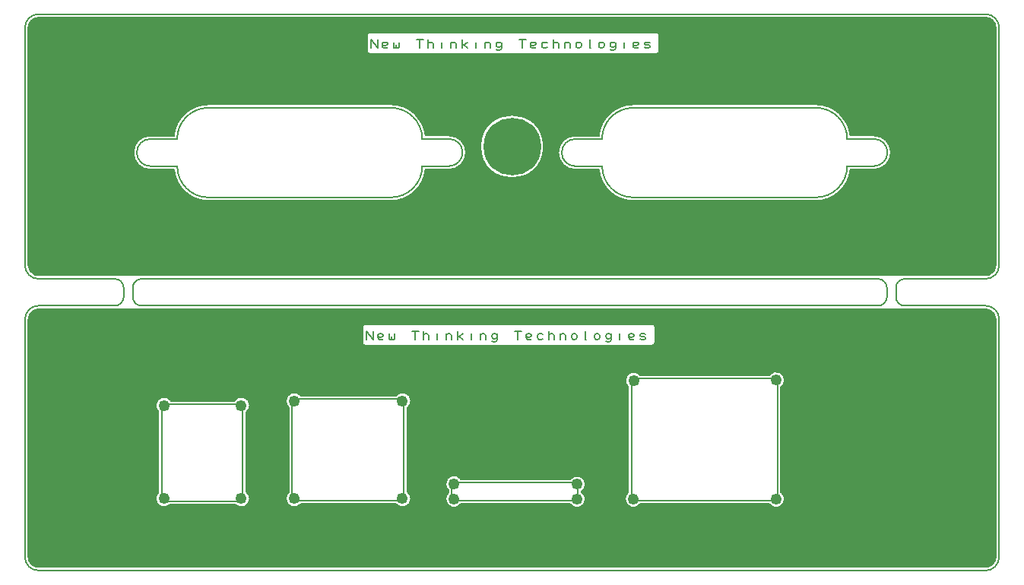
<source format=gbr>
%FSLAX36Y36*%
%MOMM*%
G04 EasyPC Gerber Version 18.0.8 Build 3632 *
%ADD11C,0.12700*%
%ADD12C,0.20000*%
%ADD84C,1.25000*%
%ADD15C,5.00000*%
%ADD85C,6.41000*%
X0Y0D02*
D02*
D11*
X41118600Y64458800D02*
G75*
G03X40393700Y63411500I394100J-1047300D01*
G01*
Y36911500*
G75*
G03X41512700Y35792500I1119000*
G01*
X147012700*
G75*
G03X148131700Y36911500J1119000*
G01*
Y63411500*
G75*
G03X147406800Y64458800I-1119000*
G01*
G75*
G03X147012700Y64511500I-394100J-1447200*
G01*
X41512700*
G75*
G03X41118600Y64458800J-1500000*
G01*
X54881700Y44111600D02*
Y53111400D01*
G75*
G02X54570200Y53811500I631000J700100*
G01*
G75*
G02X56323200Y54292500I942500*
G01*
X63302200*
G75*
G02X65055200Y53811500I810500J-481000*
G01*
G75*
G02X64643700Y53032800I-942500*
G01*
Y44190200*
G75*
G02X65055200Y43411500I-531000J-778700*
G01*
G75*
G02X63461100Y42730500I-942500*
G01*
X56164300*
G75*
G02X54570200Y43411500I-651600J681000*
G01*
G75*
G02X54881700Y44111600I942500*
G01*
X69381700D02*
Y53611400D01*
G75*
G02X69070200Y54311500I631000J700100*
G01*
G75*
G02X70754800Y54892500I942500*
G01*
X81320600*
G75*
G02X83005200Y54311500I742100J-581000*
G01*
G75*
G02X82593700Y53532800I-942500*
G01*
Y44190200*
G75*
G02X83005200Y43411500I-531000J-778700*
G01*
G75*
G02X81320600Y42830500I-942500*
G01*
X70754800*
G75*
G02X69070200Y43411500I-742100J581000*
G01*
G75*
G02X69381700Y44111600I942500*
G01*
X77912700Y60494000D02*
G75*
G02X77595200Y60811500J317500D01*
G01*
Y62535500*
G75*
G02X77912700Y62853000I317500*
G01*
X109862700*
G75*
G02X110180200Y62535500J-317500*
G01*
Y60811500*
G75*
G02X109862700Y60494000I-317500*
G01*
X77912700*
X87181700Y44085200D02*
Y44350300D01*
G75*
G02X86857700Y45061500I618500J711200*
G01*
G75*
G02X88578900Y45592500I942500*
G01*
X100748500*
G75*
G02X102442700Y45024000I751700J-568500*
G01*
G75*
G02X101993700Y44221000I-942500*
G01*
Y44164500*
G75*
G02X102442700Y43361500I-493500J-803000*
G01*
G75*
G02X100721500Y42830500I-942500*
G01*
X88570200*
G75*
G02X86857700Y43374000I-770000J543500*
G01*
G75*
G02X87181700Y44085200I942500*
G01*
X107181700Y44106200D02*
Y55886400D01*
G75*
G02X106870200Y56586500I631000J700100*
G01*
G75*
G02X108534600Y57192500I942500*
G01*
X122926700*
G75*
G02X124630200Y56636500I761000J-556000*
G01*
G75*
G02X124193700Y55841300I-942500*
G01*
Y44161100*
G75*
G02X124617700Y43374000I-518600J-787100*
G01*
G75*
G02X122905200Y42830500I-942500*
G01*
X108545200*
G75*
G02X106832700Y43374000I-770000J543500*
G01*
G75*
G02X107181700Y44106200I942500*
G01*
X40393700Y48611500D02*
G36*
Y44211500D01*
X54881700*
Y48611500*
X40393700*
G37*
X54881700D02*
G36*
Y53111400D01*
G75*
G02X54570200Y53811500I631000J700100*
G01*
G75*
G02X56323200Y54292500I942500*
G01*
X63302200*
G75*
G02X65055200Y53811500I810500J-481000*
G01*
G75*
G02X64643700Y53032800I-942500*
G01*
Y48611500*
X69381700*
Y53611400*
G75*
G02X69070200Y54311500I631000J700100*
G01*
G75*
G02X70754800Y54892500I942500*
G01*
X81320600*
G75*
G02X83005200Y54311500I742100J-581000*
G01*
G75*
G02X82593700Y53532800I-942500*
G01*
Y48611500*
X107181700*
Y55886400*
G75*
G02X106870200Y56586500I631000J700100*
G01*
G75*
G02X108534600Y57192500I942500*
G01*
X122926700*
G75*
G02X124630200Y56636500I761000J-556000*
G01*
G75*
G02X124193700Y55841300I-942500*
G01*
Y48611500*
X148131700*
Y61673500*
X110180200*
Y60811500*
G75*
G02X109862700Y60494000I-317500*
G01*
X77912700*
G75*
G02X77595200Y60811500J317500*
G01*
Y61673500*
X40393700*
Y48611500*
X54881700*
G37*
X64643700D02*
G36*
Y44211500D01*
X69381700*
Y48611500*
X64643700*
G37*
X82593700D02*
G36*
Y44211500D01*
X87181700*
Y44350300*
G75*
G02X86857700Y45061500I618500J711200*
G01*
G75*
G02X88578900Y45592500I942500*
G01*
X100748500*
G75*
G02X102442700Y45024000I751700J-568500*
G01*
G75*
G02X101993700Y44221000I-942500*
G01*
Y44211500*
X107181700*
Y48611500*
X82593700*
G37*
X124193700D02*
G36*
Y44211500D01*
X148131700*
Y48611500*
X124193700*
G37*
X77595200Y61673500D02*
G36*
Y62535500D01*
G75*
G02X77912700Y62853000I317500*
G01*
X109862700*
G75*
G02X110180200Y62535500J-317500*
G01*
Y61673500*
X148131700*
Y63411500*
G75*
G03X147406800Y64458800I-1119000*
G01*
G75*
G03X147012700Y64511500I-394100J-1447200*
G01*
X41512700*
G75*
G03X41118600Y64458800J-1500000*
G01*
G75*
G03X40393700Y63411500I394100J-1047300*
G01*
Y61673500*
X77595200*
G37*
X40393700Y44211500D02*
G36*
Y36911500D01*
G75*
G03X41512700Y35792500I1119000*
G01*
X147012700*
G75*
G03X148131700Y36911500J1119000*
G01*
Y44211500*
X124193700*
Y44161100*
G75*
G02X124617700Y43374000I-518600J-787100*
G01*
G75*
G02X122905200Y42830500I-942500*
G01*
X108545200*
G75*
G02X106832700Y43374000I-770000J543500*
G01*
G75*
G02X107181700Y44106200I942500*
G01*
Y44211500*
X101993700*
Y44164500*
G75*
G02X102442700Y43361500I-493500J-803000*
G01*
G75*
G02X100721500Y42830500I-942500*
G01*
X88570200*
G75*
G02X86857700Y43374000I-770000J543500*
G01*
G75*
G02X87181700Y44085200I942500*
G01*
Y44211500*
X82593700*
Y44190200*
G75*
G02X83005200Y43411500I-531000J-778700*
G01*
G75*
G02X81320600Y42830500I-942500*
G01*
X70754800*
G75*
G02X69070200Y43411500I-742100J581000*
G01*
G75*
G02X69381700Y44111600I942500*
G01*
Y44211500*
X64643700*
Y44190200*
G75*
G02X65055200Y43411500I-531000J-778700*
G01*
G75*
G02X63461100Y42730500I-942500*
G01*
X56164300*
G75*
G02X54570200Y43411500I-651600J681000*
G01*
G75*
G02X54881700Y44111600I942500*
G01*
Y44211500*
X40393700*
G37*
X41118600Y68364200D02*
G75*
G03X41512700Y68311500I394100J1447300D01*
G01*
X147012700*
G75*
G03X147406800Y68364200J1499900*
G01*
G75*
G03X148131700Y69411500I-394100J1047300*
G01*
Y95911500*
G75*
G03X147012700Y97030500I-1119000*
G01*
X41512700*
G75*
G03X40393700Y95911500J-1119000*
G01*
Y69411500*
G75*
G03X41118600Y68364200I1119000*
G01*
X53962700Y83873100D02*
X56595100D01*
G75*
G02X60441700Y87357500I3846600J-381000*
G01*
X80783900*
G75*
G02X84624200Y83879300J-3859100*
G01*
X87275300*
G75*
G02X89131900Y82022700J-1856600*
G01*
Y81966900*
G75*
G02X87269100Y80104100I-1862800*
G01*
X84624300*
G75*
G02X80765300Y76607300I-3859000J381000*
G01*
X60447900*
G75*
G02X56612600Y80091700J3853000*
G01*
X53956500*
G75*
G02X52093700Y81954500J1862800*
G01*
Y82004100*
G75*
G02X53962700Y83873100I1869000*
G01*
X78412700Y92994000D02*
G75*
G02X78095200Y93311500J317500D01*
G01*
Y95035500*
G75*
G02X78412700Y95353000I317500*
G01*
X110362700*
G75*
G02X110680200Y95035500J-317500*
G01*
Y93311500*
G75*
G02X110362700Y92994000I-317500*
G01*
X78412700*
X90740200Y82661500D02*
G75*
G02X97785200I3522500D01*
G01*
G75*
G02X90740200I-3522500*
G01*
X101283700Y83873100D02*
X103916100D01*
G75*
G02X107762700Y87357500I3846600J-381000*
G01*
X128104900*
G75*
G02X131945200Y83879300J-3859100*
G01*
X134596300*
G75*
G02X136452900Y82022700J-1856600*
G01*
Y81966900*
G75*
G02X134590100Y80104100I-1862800*
G01*
X131945300*
G75*
G02X128086300Y76607300I-3859000J381000*
G01*
X107768900*
G75*
G02X103933600Y80091700J3853000*
G01*
X101277500*
G75*
G02X99414700Y81954500J1862800*
G01*
Y82004100*
G75*
G02X101283700Y83873100I1869000*
G01*
X40393700Y81982400D02*
G36*
Y69411500D01*
G75*
G03X41118600Y68364200I1119000*
G01*
G75*
G03X41512700Y68311500I394100J1447300*
G01*
X147012700*
G75*
G03X147406800Y68364200J1499900*
G01*
G75*
G03X148131700Y69411500I-394100J1047300*
G01*
Y81982400*
X136452900*
Y81966900*
G75*
G02X134590100Y80104100I-1862800*
G01*
X131945300*
G75*
G02X128086300Y76607300I-3859000J381000*
G01*
X107768900*
G75*
G02X103933600Y80091700J3853000*
G01*
X101277500*
G75*
G02X99414700Y81954500J1862800*
G01*
Y81982400*
X97719100*
G75*
G02X90806300I-3456400J679100*
G01*
X89131900*
Y81966900*
G75*
G02X87269100Y80104100I-1862800*
G01*
X84624300*
G75*
G02X80765300Y76607300I-3859000J381000*
G01*
X60447900*
G75*
G02X56612600Y80091700J3853000*
G01*
X53956500*
G75*
G02X52093700Y81954500J1862800*
G01*
Y81982400*
X40393700*
G37*
X52093700D02*
G36*
Y82004100D01*
G75*
G02X53962700Y83873100I1869000*
G01*
X56595100*
G75*
G02X60441700Y87357500I3846600J-381000*
G01*
X80783900*
G75*
G02X84624200Y83879300J-3859100*
G01*
X87275300*
G75*
G02X89131900Y82022700J-1856600*
G01*
Y81982400*
X90806300*
G75*
G02X90740200Y82661500I3456300J679200*
G01*
G75*
G02X97785200I3522500*
G01*
G75*
G02X97719100Y81982400I-3522700J100*
G01*
X99414700*
Y82004100*
G75*
G02X101283700Y83873100I1869000*
G01*
X103916100*
G75*
G02X107762700Y87357500I3846600J-381000*
G01*
X128104900*
G75*
G02X131945200Y83879300J-3859100*
G01*
X134596300*
G75*
G02X136452900Y82022700J-1856600*
G01*
Y81982400*
X148131700*
Y94173500*
X110680200*
Y93311500*
G75*
G02X110362700Y92994000I-317500*
G01*
X78412700*
G75*
G02X78095200Y93311500J317500*
G01*
Y94173500*
X40393700*
Y81982400*
X52093700*
G37*
X78095200Y94173500D02*
G36*
Y95035500D01*
G75*
G02X78412700Y95353000I317500*
G01*
X110362700*
G75*
G02X110680200Y95035500J-317500*
G01*
Y94173500*
X148131700*
Y95911500*
G75*
G03X147012700Y97030500I-1119000*
G01*
X41512700*
G75*
G03X40393700Y95911500J-1119000*
G01*
Y94173500*
X78095200*
G37*
X41512700Y97411500D02*
G75*
G03X40012700Y95911500J-1500000D01*
G01*
Y69411500*
G75*
G03X41512700Y67911500I1500000*
G01*
X50012700*
G75*
G02X51012700Y66911500J-1000000*
G01*
Y65911500*
G75*
G02X50012700Y64911500I-1000000*
G01*
X41512700*
G75*
G03X40012700Y63411500J-1500000*
G01*
Y36911500*
G75*
G03X41512700Y35411500I1500000*
G01*
X147012700*
G75*
G03X148512700Y36911500J1500000*
G01*
Y63411500*
G75*
G03X147012700Y64911500I-1500000*
G01*
X138012700*
G75*
G02X137012700Y65911500J1000000*
G01*
Y66911500*
G75*
G02X138012700Y67911500I1000000*
G01*
X147012700*
G75*
G03X148512700Y69411500J1500000*
G01*
Y95911500*
G75*
G03X147012700Y97411500I-1500000*
G01*
X41512700*
X53012700Y67911500D02*
G75*
G03X52012700Y66911500J-1000000D01*
G01*
Y65911500*
G75*
G03X53012700Y64911500I1000000*
G01*
X135012700*
G75*
G03X136012700Y65911500J1000000*
G01*
Y66911500*
G75*
G03X135012700Y67911500I-1000000*
G01*
X53012700*
X55762700Y53911500D02*
G75*
G03X55262700Y53411500J-500000D01*
G01*
Y43511500*
G75*
G03X55662700Y43111500I400000*
G01*
X63862700*
G75*
G03X64262700Y43511500J400000*
G01*
Y53411500*
G75*
G03X63762700Y53911500I-500000*
G01*
X55762700*
X60441700Y86976500D02*
G75*
G03X56957300Y83492100J-3484400D01*
G01*
X53962700*
G75*
G03X52474700Y82004100J-1488000*
G01*
Y81954500*
G75*
G03X53956500Y80472700I1481800*
G01*
X56975900*
Y80460300*
G75*
G03X60447900Y76988300I3472000*
G01*
X80765300*
G75*
G03X84262100Y80485100J3496800*
G01*
X87269100*
G75*
G03X88750900Y81966900J1481800*
G01*
Y82022700*
G75*
G03X87275300Y83498300I-1475600*
G01*
X84262100*
G75*
G03X80783900Y86976500I-3478200*
G01*
X60441700*
X70262700Y54511500D02*
G75*
G03X69762700Y54011500J-500000D01*
G01*
Y43711500*
G75*
G03X70262700Y43211500I500000*
G01*
X81712700*
G75*
G03X82212700Y43711500J500000*
G01*
Y54011500*
G75*
G03X81712700Y54511500I-500000*
G01*
X70262700*
X88062700Y45211500D02*
G75*
G03X87562700Y44711500J-500000D01*
G01*
Y43711500*
G75*
G03X88062700Y43211500I500000*
G01*
X101112700*
G75*
G03X101612700Y43711500J500000*
G01*
Y44711500*
G75*
G03X101112700Y45211500I-500000*
G01*
X88062700*
X107762700Y86976500D02*
G75*
G03X104278300Y83492100J-3484400D01*
G01*
X101283700*
G75*
G03X99795700Y82004100J-1488000*
G01*
Y81954500*
G75*
G03X101277500Y80472700I1481800*
G01*
X104296900*
Y80460300*
G75*
G03X107768900Y76988300I3472000*
G01*
X128086300*
G75*
G03X131583100Y80485100J3496800*
G01*
X134590100*
G75*
G03X136071900Y81966900J1481800*
G01*
Y82022700*
G75*
G03X134596300Y83498300I-1475600*
G01*
X131583100*
G75*
G03X128104900Y86976500I-3478200*
G01*
X107762700*
X108062700Y56811500D02*
G75*
G03X107562700Y56311500J-500000D01*
G01*
Y43711500*
G75*
G03X108062700Y43211500I500000*
G01*
X123312700*
G75*
G03X123812700Y43711500J500000*
G01*
Y56311500*
G75*
G03X123312700Y56811500I-500000*
G01*
X108062700*
D02*
D12*
X78012700Y61149600D02*
Y62102100D01*
X78806500Y61149600*
Y62102100*
X79917700Y61229000D02*
X79838300Y61149600D01*
X79679600*
X79520800*
X79362100Y61229000*
X79282700Y61387800*
Y61625900*
X79362100Y61705300*
X79520800Y61784600*
X79679600*
X79838300Y61705300*
X79917700Y61625900*
Y61546500*
X79838300Y61467100*
X79679600Y61387800*
X79520800*
X79362100Y61467100*
X79282700Y61546500*
X80552700Y61784600D02*
Y61229000D01*
X80632100Y61149600*
X80790800*
X80870200Y61229000*
Y61467100*
Y61229000D02*
X80949600Y61149600D01*
X81108300*
X81187700Y61229000*
Y61784600*
X83489600Y61149600D02*
Y62102100D01*
X83092700D02*
X83886500D01*
X84362700Y61149600D02*
Y62102100D01*
Y61546500D02*
X84442100Y61705300D01*
X84600800Y61784600*
X84759600*
X84918300Y61705300*
X84997700Y61546500*
Y61149600*
X85950200D02*
Y61784600D01*
Y62022800D02*
X86902700Y61149600*
Y61784600D01*
Y61546500D02*
X86982100Y61705300D01*
X87140800Y61784600*
X87299600*
X87458300Y61705300*
X87537700Y61546500*
Y61149600*
X88172700D02*
Y62102100D01*
Y61467100D02*
X88410800D01*
X88807700Y61784600*
X88410800Y61467100D02*
X88807700Y61149600D01*
X89760200D02*
Y61784600D01*
Y62022800D02*
X90712700Y61149600*
Y61784600D01*
Y61546500D02*
X90792100Y61705300D01*
X90950800Y61784600*
X91109600*
X91268300Y61705300*
X91347700Y61546500*
Y61149600*
X92617700Y61546500D02*
X92538300Y61705300D01*
X92379600Y61784600*
X92220800*
X92062100Y61705300*
X91982700Y61546500*
Y61467100*
X92062100Y61308400*
X92220800Y61229000*
X92379600*
X92538300Y61308400*
X92617700Y61467100*
Y61784600D02*
Y61149600D01*
X92538300Y60990900*
X92379600Y60911500*
X92141500*
X91982700Y60990900*
X94919600Y61149600D02*
Y62102100D01*
X94522700D02*
X95316500D01*
X96427700Y61229000D02*
X96348300Y61149600D01*
X96189600*
X96030800*
X95872100Y61229000*
X95792700Y61387800*
Y61625900*
X95872100Y61705300*
X96030800Y61784600*
X96189600*
X96348300Y61705300*
X96427700Y61625900*
Y61546500*
X96348300Y61467100*
X96189600Y61387800*
X96030800*
X95872100Y61467100*
X95792700Y61546500*
X97697700Y61705300D02*
X97539000Y61784600D01*
X97300800*
X97142100Y61705300*
X97062700Y61546500*
Y61387800*
X97142100Y61229000*
X97300800Y61149600*
X97539000*
X97697700Y61229000*
X98332700Y61149600D02*
Y62102100D01*
Y61546500D02*
X98412100Y61705300D01*
X98570800Y61784600*
X98729600*
X98888300Y61705300*
X98967700Y61546500*
Y61149600*
X99602700D02*
Y61784600D01*
Y61546500D02*
X99682100Y61705300D01*
X99840800Y61784600*
X99999600*
X100158300Y61705300*
X100237700Y61546500*
Y61149600*
X100872700Y61387800D02*
X100952100Y61229000D01*
X101110800Y61149600*
X101269600*
X101428300Y61229000*
X101507700Y61387800*
Y61546500*
X101428300Y61705300*
X101269600Y61784600*
X101110800*
X100952100Y61705300*
X100872700Y61546500*
Y61387800*
X102539600Y61149600D02*
X102460200D01*
Y62102100*
X103412700Y61387800D02*
X103492100Y61229000D01*
X103650800Y61149600*
X103809600*
X103968300Y61229000*
X104047700Y61387800*
Y61546500*
X103968300Y61705300*
X103809600Y61784600*
X103650800*
X103492100Y61705300*
X103412700Y61546500*
Y61387800*
X105317700Y61546500D02*
X105238300Y61705300D01*
X105079600Y61784600*
X104920800*
X104762100Y61705300*
X104682700Y61546500*
Y61467100*
X104762100Y61308400*
X104920800Y61229000*
X105079600*
X105238300Y61308400*
X105317700Y61467100*
Y61784600D02*
Y61149600D01*
X105238300Y60990900*
X105079600Y60911500*
X104841500*
X104682700Y60990900*
X106270200Y61149600D02*
Y61784600D01*
Y62022800D02*
X107857700Y61229000*
X107778300Y61149600D01*
X107619600*
X107460800*
X107302100Y61229000*
X107222700Y61387800*
Y61625900*
X107302100Y61705300*
X107460800Y61784600*
X107619600*
X107778300Y61705300*
X107857700Y61625900*
Y61546500*
X107778300Y61467100*
X107619600Y61387800*
X107460800*
X107302100Y61467100*
X107222700Y61546500*
X108492700Y61229000D02*
X108651500Y61149600D01*
X108969000*
X109127700Y61229000*
Y61387800*
X108969000Y61467100*
X108651500*
X108492700Y61546500*
Y61705300*
X108651500Y61784600*
X108969000*
X109127700Y61705300*
X78512700Y93649600D02*
Y94602100D01*
X79306500Y93649600*
Y94602100*
X80417700Y93729000D02*
X80338300Y93649600D01*
X80179600*
X80020800*
X79862100Y93729000*
X79782700Y93887800*
Y94125900*
X79862100Y94205300*
X80020800Y94284600*
X80179600*
X80338300Y94205300*
X80417700Y94125900*
Y94046500*
X80338300Y93967100*
X80179600Y93887800*
X80020800*
X79862100Y93967100*
X79782700Y94046500*
X81052700Y94284600D02*
Y93729000D01*
X81132100Y93649600*
X81290800*
X81370200Y93729000*
Y93967100*
Y93729000D02*
X81449600Y93649600D01*
X81608300*
X81687700Y93729000*
Y94284600*
X83989600Y93649600D02*
Y94602100D01*
X83592700D02*
X84386500D01*
X84862700Y93649600D02*
Y94602100D01*
Y94046500D02*
X84942100Y94205300D01*
X85100800Y94284600*
X85259600*
X85418300Y94205300*
X85497700Y94046500*
Y93649600*
X86450200D02*
Y94284600D01*
Y94522800D02*
X87402700Y93649600*
Y94284600D01*
Y94046500D02*
X87482100Y94205300D01*
X87640800Y94284600*
X87799600*
X87958300Y94205300*
X88037700Y94046500*
Y93649600*
X88672700D02*
Y94602100D01*
Y93967100D02*
X88910800D01*
X89307700Y94284600*
X88910800Y93967100D02*
X89307700Y93649600D01*
X90260200D02*
Y94284600D01*
Y94522800D02*
X91212700Y93649600*
Y94284600D01*
Y94046500D02*
X91292100Y94205300D01*
X91450800Y94284600*
X91609600*
X91768300Y94205300*
X91847700Y94046500*
Y93649600*
X93117700Y94046500D02*
X93038300Y94205300D01*
X92879600Y94284600*
X92720800*
X92562100Y94205300*
X92482700Y94046500*
Y93967100*
X92562100Y93808400*
X92720800Y93729000*
X92879600*
X93038300Y93808400*
X93117700Y93967100*
Y94284600D02*
Y93649600D01*
X93038300Y93490900*
X92879600Y93411500*
X92641500*
X92482700Y93490900*
X95419600Y93649600D02*
Y94602100D01*
X95022700D02*
X95816500D01*
X96927700Y93729000D02*
X96848300Y93649600D01*
X96689600*
X96530800*
X96372100Y93729000*
X96292700Y93887800*
Y94125900*
X96372100Y94205300*
X96530800Y94284600*
X96689600*
X96848300Y94205300*
X96927700Y94125900*
Y94046500*
X96848300Y93967100*
X96689600Y93887800*
X96530800*
X96372100Y93967100*
X96292700Y94046500*
X98197700Y94205300D02*
X98039000Y94284600D01*
X97800800*
X97642100Y94205300*
X97562700Y94046500*
Y93887800*
X97642100Y93729000*
X97800800Y93649600*
X98039000*
X98197700Y93729000*
X98832700Y93649600D02*
Y94602100D01*
Y94046500D02*
X98912100Y94205300D01*
X99070800Y94284600*
X99229600*
X99388300Y94205300*
X99467700Y94046500*
Y93649600*
X100102700D02*
Y94284600D01*
Y94046500D02*
X100182100Y94205300D01*
X100340800Y94284600*
X100499600*
X100658300Y94205300*
X100737700Y94046500*
Y93649600*
X101372700Y93887800D02*
X101452100Y93729000D01*
X101610800Y93649600*
X101769600*
X101928300Y93729000*
X102007700Y93887800*
Y94046500*
X101928300Y94205300*
X101769600Y94284600*
X101610800*
X101452100Y94205300*
X101372700Y94046500*
Y93887800*
X103039600Y93649600D02*
X102960200D01*
Y94602100*
X103912700Y93887800D02*
X103992100Y93729000D01*
X104150800Y93649600*
X104309600*
X104468300Y93729000*
X104547700Y93887800*
Y94046500*
X104468300Y94205300*
X104309600Y94284600*
X104150800*
X103992100Y94205300*
X103912700Y94046500*
Y93887800*
X105817700Y94046500D02*
X105738300Y94205300D01*
X105579600Y94284600*
X105420800*
X105262100Y94205300*
X105182700Y94046500*
Y93967100*
X105262100Y93808400*
X105420800Y93729000*
X105579600*
X105738300Y93808400*
X105817700Y93967100*
Y94284600D02*
Y93649600D01*
X105738300Y93490900*
X105579600Y93411500*
X105341500*
X105182700Y93490900*
X106770200Y93649600D02*
Y94284600D01*
Y94522800D02*
X108357700Y93729000*
X108278300Y93649600D01*
X108119600*
X107960800*
X107802100Y93729000*
X107722700Y93887800*
Y94125900*
X107802100Y94205300*
X107960800Y94284600*
X108119600*
X108278300Y94205300*
X108357700Y94125900*
Y94046500*
X108278300Y93967100*
X108119600Y93887800*
X107960800*
X107802100Y93967100*
X107722700Y94046500*
X108992700Y93729000D02*
X109151500Y93649600D01*
X109469000*
X109627700Y93729000*
Y93887800*
X109469000Y93967100*
X109151500*
X108992700Y94046500*
Y94205300*
X109151500Y94284600*
X109469000*
X109627700Y94205300*
D02*
D15*
X46012700Y38661500D03*
Y60161500D03*
Y71161500D03*
Y92661500D03*
X142512700Y38661500D03*
Y60161500D03*
Y71161500D03*
Y92661500D03*
D02*
D84*
X55512700Y43411500D03*
Y53811500D03*
X64112700Y43411500D03*
Y53811500D03*
X70012700Y43411500D03*
Y54311500D03*
X82062700Y43411500D03*
Y54311500D03*
X87800200Y43374000D03*
Y45061500D03*
X101500200Y43361500D03*
Y45024000D03*
X107775200Y43374000D03*
X107812700Y56586500D03*
X123675200Y43374000D03*
X123687700Y56636500D03*
D02*
D85*
X94262700Y82661500D03*
X0Y0D02*
M02*

</source>
